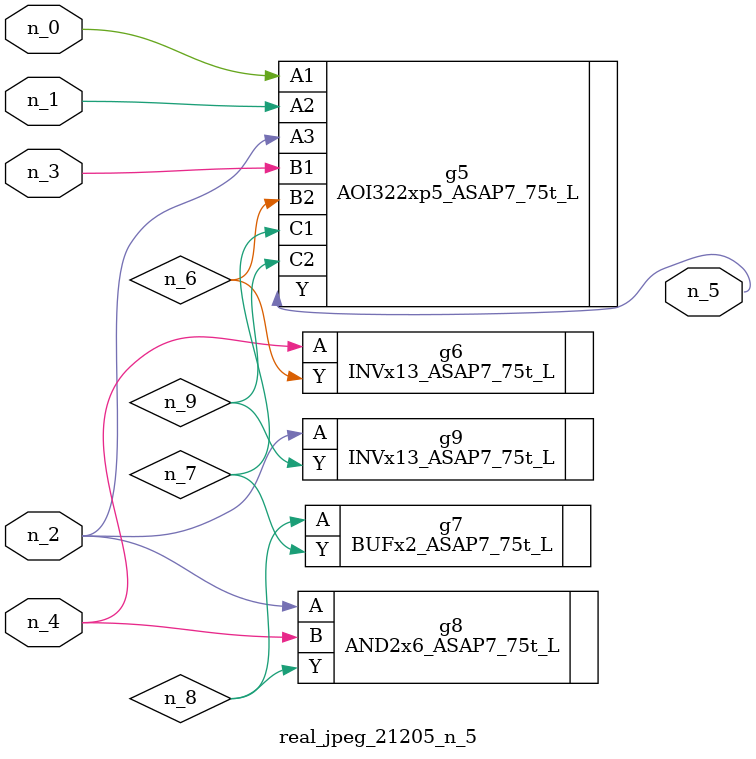
<source format=v>
module real_jpeg_21205_n_5 (n_4, n_0, n_1, n_2, n_3, n_5);

input n_4;
input n_0;
input n_1;
input n_2;
input n_3;

output n_5;

wire n_8;
wire n_6;
wire n_7;
wire n_9;

AOI322xp5_ASAP7_75t_L g5 ( 
.A1(n_0),
.A2(n_1),
.A3(n_2),
.B1(n_3),
.B2(n_6),
.C1(n_7),
.C2(n_9),
.Y(n_5)
);

AND2x6_ASAP7_75t_L g8 ( 
.A(n_2),
.B(n_4),
.Y(n_8)
);

INVx13_ASAP7_75t_L g9 ( 
.A(n_2),
.Y(n_9)
);

INVx13_ASAP7_75t_L g6 ( 
.A(n_4),
.Y(n_6)
);

BUFx2_ASAP7_75t_L g7 ( 
.A(n_8),
.Y(n_7)
);


endmodule
</source>
